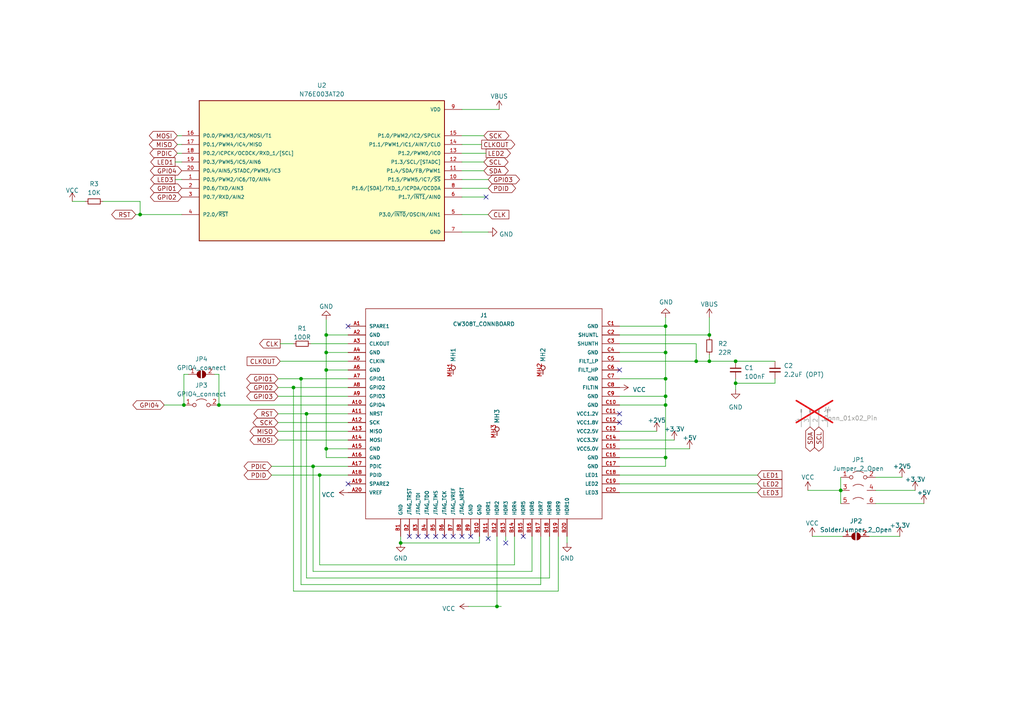
<source format=kicad_sch>
(kicad_sch (version 20230121) (generator eeschema)
  (paper "A4")
  (lib_symbols
    (symbol "Connector:Conn_01x04_Pin" (pin_names (offset 1.016) hide)
      (property "Reference" "J" (at 0 5.08 0))
      (property "Value" "Conn_01x04_Pin" (at 0 -7.62 0))
      (symbol "Conn_01x04_Pin_1_1"
        (polyline (pts (xy 1.27 -5.08) (xy 0.8636 -5.08)) (stroke (width 0.1524)))
        (polyline (pts (xy 1.27 -2.54) (xy 0.8636 -2.54)) (stroke (width 0.1524)))
        (polyline (pts (xy 1.27 0) (xy 0.8636 0)) (stroke (width 0.1524)))
        (polyline (pts (xy 1.27 2.54) (xy 0.8636 2.54)) (stroke (width 0.1524)))
        (rectangle (start 0.8636 -4.953) (end 0 -5.207) (stroke (width 0.1524)) (fill (type outline)))
        (rectangle (start 0.8636 -2.413) (end 0 -2.667) (stroke (width 0.1524)) (fill (type outline)))
        (rectangle (start 0.8636 0.127) (end 0 -0.127) (stroke (width 0.1524)) (fill (type outline)))
        (rectangle (start 0.8636 2.667) (end 0 2.413) (stroke (width 0.1524)) (fill (type outline)))
        (pin passive line (at 5.08 2.54 180) (length 3.81) (name "Pin_1") (number "1"))
        (pin passive line (at 5.08 0 180) (length 3.81) (name "Pin_2") (number "2"))
        (pin passive line (at 5.08 -2.54 180) (length 3.81) (name "Pin_3") (number "3"))
        (pin passive line (at 5.08 -5.08 180) (length 3.81) (name "Pin_4") (number "4"))
      )
    )
    (symbol "Device:C_Small" (pin_numbers hide) (pin_names (offset 0.254) hide)
      (property "Reference" "C" (at 0.254 1.778 0))
      (property "Value" "C_Small" (at 0.254 -2.032 0))
      (symbol "C_Small_0_1"
        (polyline (pts (xy -1.524 -0.508) (xy 1.524 -0.508)) (stroke (width 0.3302)))
        (polyline (pts (xy -1.524 0.508) (xy 1.524 0.508)) (stroke (width 0.3048)))
      )
      (symbol "C_Small_1_1"
        (pin passive line (at 0 2.54 270) (length 2.032) (name "~") (number "1"))
        (pin passive line (at 0 -2.54 90) (length 2.032) (name "~") (number "2"))
      )
    )
    (symbol "Device:R_Small" (pin_numbers hide) (pin_names (offset 0.254) hide)
      (property "Reference" "R" (at 0.762 0.508 0))
      (property "Value" "R_Small" (at 0.762 -1.016 0))
      (symbol "R_Small_0_1"
        (rectangle (start -0.762 1.778) (end 0.762 -1.778) (stroke (width 0.2032)))
      )
      (symbol "R_Small_1_1"
        (pin passive line (at 0 2.54 270) (length 0.762) (name "~") (number "1"))
        (pin passive line (at 0 -2.54 90) (length 0.762) (name "~") (number "2"))
      )
    )
    (symbol "Jumper:Jumper_2_Open" (pin_names (offset 0) hide)
      (property "Reference" "JP1" (at 0 5.08 0))
      (property "Value" "Jumper_2_Open" (at 0 2.54 0))
      (symbol "Jumper_2_Open_0_0"
        (circle (center -2.032 0) (radius 0.508))
        (circle (center 2.032 0) (radius 0.508))
      )
      (symbol "Jumper_2_Open_0_1"
        (arc (start 1.524 -6.35) (mid 0 -5.842) (end -1.524 -6.35))
        (arc (start 1.524 -2.54) (mid 0 -2.032) (end -1.524 -2.54))
        (arc (start 1.524 1.27) (mid 0 1.778) (end -1.524 1.27))
      )
      (symbol "Jumper_2_Open_1_1"
        (pin passive line (at -5.08 0 0) (length 2.54) (name "A1") (number "1"))
        (pin passive line (at 5.08 0 180) (length 2.54) (name "B1") (number "2"))
        (pin passive line (at -5.08 -3.81 0) (length 2.54) (name "A2") (number "3"))
        (pin passive line (at 5.08 -3.81 180) (length 2.54) (name "B2") (number "4"))
        (pin passive line (at -5.08 -7.62 0) (length 2.54) (name "A3") (number "5"))
        (pin passive line (at 5.08 -7.62 180) (length 2.54) (name "B3") (number "6"))
      )
    )
    (symbol "Jumper:SolderJumper_2_Open" (pin_names (offset 0) hide)
      (property "Reference" "JP" (at 0 2.032 0))
      (property "Value" "SolderJumper_2_Open" (at 0 -2.54 0))
      (symbol "SolderJumper_2_Open_0_1"
        (arc (start -0.254 1.016) (mid -1.2656 0) (end -0.254 -1.016))
        (arc (start -0.254 1.016) (mid -1.2656 0) (end -0.254 -1.016) (fill (type outline)))
        (polyline (pts (xy -0.254 1.016) (xy -0.254 -1.016)))
        (polyline (pts (xy 0.254 1.016) (xy 0.254 -1.016)))
        (arc (start 0.254 -1.016) (mid 1.2656 0) (end 0.254 1.016))
        (arc (start 0.254 -1.016) (mid 1.2656 0) (end 0.254 1.016) (fill (type outline)))
      )
      (symbol "SolderJumper_2_Open_1_1"
        (pin passive line (at -3.81 0 0) (length 2.54) (name "A") (number "1"))
        (pin passive line (at 3.81 0 180) (length 2.54) (name "B") (number "2"))
      )
    )
    (symbol "Jumper_2_Open_1" (pin_names (offset 0) hide)
      (property "Reference" "JP" (at 0 2.794 0))
      (property "Value" "Jumper_2_Open" (at 0 -2.286 0))
      (symbol "Jumper_2_Open_1_0_0"
        (circle (center -2.032 0) (radius 0.508))
        (circle (center 2.032 0) (radius 0.508))
      )
      (symbol "Jumper_2_Open_1_0_1"
        (arc (start 1.524 1.27) (mid 0 1.778) (end -1.524 1.27))
      )
      (symbol "Jumper_2_Open_1_1_1"
        (pin passive line (at -5.08 0 0) (length 2.54) (name "A") (number "1"))
        (pin passive line (at 5.08 0 180) (length 2.54) (name "B") (number "2"))
      )
    )
    (symbol "N76E003AT20:N76E003AT20" (pin_names (offset 1.016))
      (property "Reference" "U" (at -35.8394 21.1074 0))
      (property "Value" "N76E003AT20" (at -35.5854 -22.8854 0))
      (symbol "N76E003AT20_0_0"
        (rectangle (start -35.56 -20.32) (end 35.56 20.32) (stroke (width 0.254)) (fill (type background)))
        (pin bidirectional line (at -40.64 -2.54 0) (length 5.08) (name "P0.5/PWM2/IC6/T0/AIN4") (number "1"))
        (pin bidirectional line (at 40.64 -2.54 180) (length 5.08) (name "P1.5/PWM5/IC7/~{SS}") (number "10"))
        (pin bidirectional line (at 40.64 0 180) (length 5.08) (name "P1.4/SDA/FB/PWM1") (number "11"))
        (pin bidirectional line (at 40.64 2.54 180) (length 5.08) (name "P1.3/SCL/[STADC]") (number "12"))
        (pin bidirectional line (at 40.64 5.08 180) (length 5.08) (name "P1.2/PWM0/IC0") (number "13"))
        (pin bidirectional line (at 40.64 7.62 180) (length 5.08) (name "P1.1/PWM1/IC1/AIN7/CLO") (number "14"))
        (pin bidirectional line (at 40.64 10.16 180) (length 5.08) (name "P1.0/PWM2/IC2/SPCLK") (number "15"))
        (pin bidirectional line (at -40.64 10.16 0) (length 5.08) (name "P0.0/PWM3/IC3/MOSI/T1") (number "16"))
        (pin bidirectional line (at -40.64 7.62 0) (length 5.08) (name "P0.1/PWM4/IC4/MISO") (number "17"))
        (pin bidirectional line (at -40.64 5.08 0) (length 5.08) (name "P0.2/ICPCK/OCDCK/RXD_1/[SCL]") (number "18"))
        (pin bidirectional line (at -40.64 2.54 0) (length 5.08) (name "P0.3/PWM5/IC5/AIN6") (number "19"))
        (pin bidirectional line (at -40.64 -5.08 0) (length 5.08) (name "P0.6/TXD/AIN3") (number "2"))
        (pin bidirectional line (at -40.64 0 0) (length 5.08) (name "P0.4/AIN5/STADC/PWM3/IC3") (number "20"))
        (pin bidirectional line (at -40.64 -7.62 0) (length 5.08) (name "P0.7/RXD/AIN2") (number "3"))
        (pin bidirectional line (at -40.64 -12.7 0) (length 5.08) (name "P2.0/~{RST}") (number "4"))
        (pin bidirectional line (at 40.64 -12.7 180) (length 5.08) (name "P3.0/~{INT0}/OSCIN/AIN1") (number "5"))
        (pin bidirectional line (at 40.64 -7.62 180) (length 5.08) (name "P1.7/~{INT1}/AIN0") (number "6"))
        (pin power_in line (at 40.64 -17.78 180) (length 5.08) (name "GND") (number "7"))
        (pin bidirectional line (at 40.64 -5.08 180) (length 5.08) (name "P1.6/[SDA]/TXD_1/ICPDA/OCDDA") (number "8"))
        (pin power_in line (at 40.64 17.78 180) (length 5.08) (name "VDD") (number "9"))
      )
    )
    (symbol "chipwhisperer:CW308T_CONNBOARD" (pin_names (offset 1.016))
      (property "Reference" "J1" (at 19.05 23.495 0))
      (property "Value" "CW308T_CONNBOARD" (at 19.05 20.955 0))
      (symbol "CW308T_CONNBOARD_1_0"
        (polyline (pts (xy -15.24 -35.56) (xy -15.24 25.4)))
        (polyline (pts (xy -15.24 25.4) (xy 53.34 25.4)))
        (polyline (pts (xy 53.34 -35.56) (xy -15.24 -35.56)))
        (polyline (pts (xy 53.34 25.4) (xy 53.34 -35.56)))
      )
      (symbol "CW308T_CONNBOARD_1_1"
        (pin bidirectional line (at -20.32 20.32 0) (length 5.08) (name "SPARE1") (number "A1"))
        (pin bidirectional line (at -20.32 -2.54 0) (length 5.08) (name "GPIO4") (number "A10"))
        (pin bidirectional line (at -20.32 -5.08 0) (length 5.08) (name "NRST") (number "A11"))
        (pin bidirectional line (at -20.32 -7.62 0) (length 5.08) (name "SCK") (number "A12"))
        (pin bidirectional line (at -20.32 -10.16 0) (length 5.08) (name "MISO") (number "A13"))
        (pin bidirectional line (at -20.32 -12.7 0) (length 5.08) (name "MOSI") (number "A14"))
        (pin bidirectional line (at -20.32 -15.24 0) (length 5.08) (name "GND") (number "A15"))
        (pin bidirectional line (at -20.32 -17.78 0) (length 5.08) (name "GND") (number "A16"))
        (pin bidirectional line (at -20.32 -20.32 0) (length 5.08) (name "PDIC") (number "A17"))
        (pin bidirectional line (at -20.32 -22.86 0) (length 5.08) (name "PDID") (number "A18"))
        (pin bidirectional line (at -20.32 -25.4 0) (length 5.08) (name "SPARE2") (number "A19"))
        (pin bidirectional line (at -20.32 17.78 0) (length 5.08) (name "GND") (number "A2"))
        (pin bidirectional line (at -20.32 -27.94 0) (length 5.08) (name "VREF") (number "A20"))
        (pin bidirectional line (at -20.32 15.24 0) (length 5.08) (name "CLKOUT") (number "A3"))
        (pin bidirectional line (at -20.32 12.7 0) (length 5.08) (name "GND") (number "A4"))
        (pin bidirectional line (at -20.32 10.16 0) (length 5.08) (name "CLKIN") (number "A5"))
        (pin bidirectional line (at -20.32 7.62 0) (length 5.08) (name "GND") (number "A6"))
        (pin bidirectional line (at -20.32 5.08 0) (length 5.08) (name "GPIO1") (number "A7"))
        (pin bidirectional line (at -20.32 2.54 0) (length 5.08) (name "GPIO2") (number "A8"))
        (pin bidirectional line (at -20.32 0 0) (length 5.08) (name "GPIO3") (number "A9"))
        (pin bidirectional line (at -5.08 -40.64 90) (length 5.08) (name "GND") (number "B1"))
        (pin bidirectional line (at 17.78 -40.64 90) (length 5.08) (name "GND") (number "B10"))
        (pin bidirectional line (at 20.32 -40.64 90) (length 5.08) (name "HDR1") (number "B11"))
        (pin bidirectional line (at 22.86 -40.64 90) (length 5.08) (name "HDR2") (number "B12"))
        (pin bidirectional line (at 25.4 -40.64 90) (length 5.08) (name "HDR3") (number "B13"))
        (pin bidirectional line (at 27.94 -40.64 90) (length 5.08) (name "HDR4") (number "B14"))
        (pin bidirectional line (at 30.48 -40.64 90) (length 5.08) (name "HDR5") (number "B15"))
        (pin bidirectional line (at 33.02 -40.64 90) (length 5.08) (name "HDR6") (number "B16"))
        (pin bidirectional line (at 35.56 -40.64 90) (length 5.08) (name "HDR7") (number "B17"))
        (pin bidirectional line (at 38.1 -40.64 90) (length 5.08) (name "HDR8") (number "B18"))
        (pin bidirectional line (at 40.64 -40.64 90) (length 5.08) (name "HDR9") (number "B19"))
        (pin bidirectional line (at -2.54 -40.64 90) (length 5.08) (name "JTAG_TRST") (number "B2"))
        (pin bidirectional line (at 43.18 -40.64 90) (length 5.08) (name "HDR10") (number "B20"))
        (pin bidirectional line (at 0 -40.64 90) (length 5.08) (name "JTAG_TDI") (number "B3"))
        (pin bidirectional line (at 2.54 -40.64 90) (length 5.08) (name "JTAG_TDO") (number "B4"))
        (pin bidirectional line (at 5.08 -40.64 90) (length 5.08) (name "JTAG_TMS") (number "B5"))
        (pin bidirectional line (at 7.62 -40.64 90) (length 5.08) (name "JTAG_TCK") (number "B6"))
        (pin bidirectional line (at 10.16 -40.64 90) (length 5.08) (name "JTAG_VREF") (number "B7"))
        (pin bidirectional line (at 12.7 -40.64 90) (length 5.08) (name "JTAG_NRST") (number "B8"))
        (pin bidirectional line (at 15.24 -40.64 90) (length 5.08) (name "GND") (number "B9"))
        (pin bidirectional line (at 58.42 20.32 180) (length 5.08) (name "GND") (number "C1"))
        (pin bidirectional line (at 58.42 -2.54 180) (length 5.08) (name "GND") (number "C10"))
        (pin bidirectional line (at 58.42 -5.08 180) (length 5.08) (name "VCC1.2V") (number "C11"))
        (pin bidirectional line (at 58.42 -7.62 180) (length 5.08) (name "VCC1.8V") (number "C12"))
        (pin bidirectional line (at 58.42 -10.16 180) (length 5.08) (name "VCC2.5V") (number "C13"))
        (pin bidirectional line (at 58.42 -12.7 180) (length 5.08) (name "VCC3.3V") (number "C14"))
        (pin bidirectional line (at 58.42 -15.24 180) (length 5.08) (name "VCC5.0V") (number "C15"))
        (pin bidirectional line (at 58.42 -17.78 180) (length 5.08) (name "GND") (number "C16"))
        (pin bidirectional line (at 58.42 -20.32 180) (length 5.08) (name "GND") (number "C17"))
        (pin bidirectional line (at 58.42 -22.86 180) (length 5.08) (name "LED1") (number "C18"))
        (pin bidirectional line (at 58.42 -25.4 180) (length 5.08) (name "LED2") (number "C19"))
        (pin bidirectional line (at 58.42 17.78 180) (length 5.08) (name "SHUNTL") (number "C2"))
        (pin bidirectional line (at 58.42 -27.94 180) (length 5.08) (name "LED3") (number "C20"))
        (pin bidirectional line (at 58.42 15.24 180) (length 5.08) (name "SHUNTH") (number "C3"))
        (pin bidirectional line (at 58.42 12.7 180) (length 5.08) (name "GND") (number "C4"))
        (pin bidirectional line (at 58.42 10.16 180) (length 5.08) (name "FILT_LP") (number "C5"))
        (pin bidirectional line (at 58.42 7.62 180) (length 5.08) (name "FILT_HP") (number "C6"))
        (pin bidirectional line (at 58.42 5.08 180) (length 5.08) (name "GND") (number "C7"))
        (pin bidirectional line (at 58.42 2.54 180) (length 5.08) (name "FILTIN") (number "C8"))
        (pin bidirectional line (at 58.42 0 180) (length 5.08) (name "GND") (number "C9"))
        (pin passive inverted (at 10.16 6.35 90) (length 2.54) (name "MH1") (number "MH1"))
        (pin passive inverted (at 36.195 6.35 90) (length 2.54) (name "MH2") (number "MH2"))
        (pin passive inverted (at 22.86 -11.43 90) (length 2.54) (name "MH3") (number "MH3"))
      )
    )
    (symbol "power:+2V5" (power) (pin_names (offset 0))
      (property "Value" "+2V5" (at 0 3.556 0))
      (symbol "+2V5_0_1"
        (polyline (pts (xy -0.762 1.27) (xy 0 2.54)))
        (polyline (pts (xy 0 0) (xy 0 2.54)))
        (polyline (pts (xy 0 2.54) (xy 0.762 1.27)))
      )
      (symbol "+2V5_1_1"
        (pin power_in line (at 0 0 90) (length 0) hide (name "+2V5") (number "1"))
      )
    )
    (symbol "power:+3.3V" (power) (pin_names (offset 0))
      (property "Value" "+3.3V" (at 0 3.556 0))
      (symbol "+3.3V_0_1"
        (polyline (pts (xy -0.762 1.27) (xy 0 2.54)))
        (polyline (pts (xy 0 0) (xy 0 2.54)))
        (polyline (pts (xy 0 2.54) (xy 0.762 1.27)))
      )
      (symbol "+3.3V_1_1"
        (pin power_in line (at 0 0 90) (length 0) hide (name "+3.3V") (number "1"))
      )
    )
    (symbol "power:+5V" (power) (pin_names (offset 0))
      (property "Value" "+5V" (at 0 3.556 0))
      (symbol "+5V_0_1"
        (polyline (pts (xy -0.762 1.27) (xy 0 2.54)))
        (polyline (pts (xy 0 0) (xy 0 2.54)))
        (polyline (pts (xy 0 2.54) (xy 0.762 1.27)))
      )
      (symbol "+5V_1_1"
        (pin power_in line (at 0 0 90) (length 0) hide (name "+5V") (number "1"))
      )
    )
    (symbol "power:GND" (power) (pin_names (offset 0))
      (property "Value" "GND" (at 0 -3.81 0))
      (symbol "GND_0_1"
        (polyline (pts (xy 0 0) (xy 0 -1.27) (xy 1.27 -1.27) (xy 0 -2.54) (xy -1.27 -1.27) (xy 0 -1.27)))
      )
      (symbol "GND_1_1"
        (pin power_in line (at 0 0 270) (length 0) hide (name "GND") (number "1"))
      )
    )
    (symbol "power:VBUS" (power) (pin_names (offset 0))
      (property "Value" "VCC_CLEAN" (at 0 3.175 0))
      (symbol "VBUS_0_1"
        (polyline (pts (xy -0.762 1.27) (xy 0 2.54)))
        (polyline (pts (xy 0 0) (xy 0 2.54)))
        (polyline (pts (xy 0 2.54) (xy 0.762 1.27)))
      )
      (symbol "VBUS_1_1"
        (pin power_in line (at 0 0 90) (length 0) hide (name "VBUS") (number "1"))
      )
    )
    (symbol "power:VCC" (power) (pin_names (offset 0))
      (property "Value" "VCC" (at 0 3.81 0))
      (symbol "VCC_0_1"
        (polyline (pts (xy -0.762 1.27) (xy 0 2.54)))
        (polyline (pts (xy 0 0) (xy 0 2.54)))
        (polyline (pts (xy 0 2.54) (xy 0.762 1.27)))
      )
      (symbol "VCC_1_1"
        (pin power_in line (at 0 0 90) (length 0) hide (name "VCC") (number "1"))
      )
    )
  )
  (junction (at 213.36 104.775))
  (junction (at 63.5 117.475))
  (junction (at 205.74 97.155))
  (junction (at 243.84 142.24))
  (junction (at 205.74 104.775))
  (junction (at 94.615 102.235))
  (junction (at 90.805 135.255))
  (junction (at 92.71 137.795))
  (junction (at 94.615 130.175))
  (junction (at 193.04 114.935))
  (junction (at 40.64 62.23))
  (junction (at 193.04 132.715))
  (junction (at 193.04 94.615))
  (junction (at 213.36 111.1524))
  (junction (at 116.205 157.48))
  (junction (at 88.9 120.015))
  (junction (at 144.145 175.895))
  (junction (at 193.04 109.855))
  (junction (at 201.93 104.775))
  (junction (at 85.1215 112.395))
  (junction (at 94.615 107.315))
  (junction (at 87.3052 109.855))
  (junction (at 53.34 117.475))
  (junction (at 193.04 102.235))
  (junction (at 94.615 97.155))
  (junction (at 193.04 117.475))
  (no_connect (at 121.285 155.575))
  (no_connect (at 123.825 155.575))
  (no_connect (at 131.445 155.575))
  (no_connect (at 128.905 155.575))
  (no_connect (at 140.97 57.15))
  (no_connect (at 136.525 155.575))
  (no_connect (at 151.765 155.575))
  (no_connect (at 179.705 120.015))
  (no_connect (at 100.965 94.615))
  (no_connect (at 100.965 140.335))
  (no_connect (at 179.705 122.555))
  (no_connect (at 133.985 155.575))
  (no_connect (at 141.605 156.21))
  (no_connect (at 146.685 157.48))
  (no_connect (at 118.745 155.575))
  (no_connect (at 179.705 107.315))
  (no_connect (at 126.365 155.575))
  (bus_entry (at -22.86 66.04) (size 2.54 2.54))
  (wire (pts (xy 53.34 108.585) (xy 53.34 117.475)))
  (wire (pts (xy 90.805 165.735) (xy 90.805 135.255)))
  (wire (pts (xy 141.605 67.31) (xy 133.985 67.31)))
  (wire (pts (xy 51.435 41.91) (xy 52.705 41.91)))
  (wire (pts (xy 94.615 132.715) (xy 94.615 130.175)))
  (wire (pts (xy 193.04 109.855) (xy 193.04 114.935)))
  (wire (pts (xy 63.5 117.475) (xy 100.965 117.475)))
  (wire (pts (xy 140.335 46.99) (xy 133.985 46.99)))
  (wire (pts (xy 154.305 165.735) (xy 90.805 165.735)))
  (wire (pts (xy 87.3052 169.5503) (xy 87.3052 109.855)))
  (wire (pts (xy 179.705 97.155) (xy 205.74 97.155)))
  (wire (pts (xy 51.435 39.37) (xy 52.705 39.37)))
  (wire (pts (xy 213.36 104.775) (xy 224.7865 104.775)))
  (wire (pts (xy 135.89 175.895) (xy 144.145 175.895)))
  (wire (pts (xy 40.64 62.23) (xy 39.37 62.23)))
  (wire (pts (xy 140.335 49.53) (xy 133.985 49.53)))
  (wire (pts (xy 201.93 104.775) (xy 205.74 104.775)))
  (wire (pts (xy 80.645 125.095) (xy 100.965 125.095)))
  (wire (pts (xy 179.705 102.235) (xy 193.04 102.235)))
  (wire (pts (xy 80.645 127.635) (xy 100.965 127.635)))
  (wire (pts (xy 141.605 54.61) (xy 133.985 54.61)))
  (wire (pts (xy 80.645 109.855) (xy 87.3052 109.855)))
  (wire (pts (xy 94.615 102.235) (xy 94.615 97.155)))
  (wire (pts (xy 50.8 46.99) (xy 52.705 46.99)))
  (wire (pts (xy 100.965 97.155) (xy 94.615 97.155)))
  (wire (pts (xy 81.28 99.695) (xy 85.09 99.695)))
  (wire (pts (xy 47.625 117.475) (xy 53.34 117.475)))
  (wire (pts (xy 205.74 102.87) (xy 205.74 104.775)))
  (wire (pts (xy 159.385 167.64) (xy 88.9 167.64)))
  (wire (pts (xy 235.585 155.575) (xy 244.475 155.575)))
  (wire (pts (xy 179.705 114.935) (xy 193.04 114.935)))
  (wire (pts (xy 100.965 130.175) (xy 94.615 130.175)))
  (wire (pts (xy 20.955 58.42) (xy 24.765 58.42)))
  (wire (pts (xy 243.84 138.43) (xy 243.84 142.24)))
  (wire (pts (xy 193.04 132.715) (xy 193.04 135.255)))
  (wire (pts (xy 219.71 140.335) (xy 179.705 140.335)))
  (wire (pts (xy 193.04 114.935) (xy 193.04 117.475)))
  (wire (pts (xy 261.62 138.43) (xy 254 138.43)))
  (wire (pts (xy 213.36 111.1524) (xy 224.7865 111.1524)))
  (wire (pts (xy 146.685 156.845) (xy 146.685 155.575)))
  (wire (pts (xy 85.1215 171.45) (xy 85.1215 112.395)))
  (wire (pts (xy 80.645 120.015) (xy 88.9 120.015)))
  (wire (pts (xy 139.065 157.48) (xy 116.205 157.48)))
  (wire (pts (xy 265.43 142.24) (xy 254 142.24)))
  (wire (pts (xy 159.385 155.575) (xy 159.385 167.64)))
  (wire (pts (xy 92.71 163.83) (xy 92.71 137.795)))
  (wire (pts (xy 81.28 104.775) (xy 100.965 104.775)))
  (wire (pts (xy 100.965 132.715) (xy 94.615 132.715)))
  (wire (pts (xy 224.7865 104.775) (xy 224.7865 104.8024)))
  (wire (pts (xy 213.36 109.855) (xy 213.36 111.1524)))
  (wire (pts (xy 78.74 137.795) (xy 92.71 137.795)))
  (wire (pts (xy 149.225 155.575) (xy 149.225 163.83)))
  (wire (pts (xy 193.04 117.475) (xy 193.04 132.715)))
  (wire (pts (xy 85.1215 112.395) (xy 100.965 112.395)))
  (wire (pts (xy 80.645 114.935) (xy 100.965 114.935)))
  (wire (pts (xy 80.645 122.555) (xy 100.965 122.555)))
  (wire (pts (xy 29.845 58.42) (xy 40.64 58.42)))
  (wire (pts (xy 243.84 142.24) (xy 243.84 146.05)))
  (wire (pts (xy 219.71 142.875) (xy 179.705 142.875)))
  (wire (pts (xy 164.465 155.575) (xy 164.465 157.48)))
  (wire (pts (xy 140.335 39.37) (xy 133.985 39.37)))
  (wire (pts (xy 94.615 130.175) (xy 94.615 107.315)))
  (wire (pts (xy 213.3565 111.1524) (xy 213.36 111.1524)))
  (wire (pts (xy 140.97 44.45) (xy 133.985 44.45)))
  (wire (pts (xy 100.965 102.235) (xy 94.615 102.235)))
  (wire (pts (xy 116.205 157.48) (xy 116.205 155.575)))
  (wire (pts (xy 40.64 62.23) (xy 52.705 62.23)))
  (wire (pts (xy 94.615 92.71) (xy 94.615 97.155)))
  (wire (pts (xy 51.435 44.45) (xy 52.705 44.45)))
  (wire (pts (xy 195.58 127.635) (xy 179.705 127.635)))
  (wire (pts (xy 193.04 94.615) (xy 193.04 92.075)))
  (wire (pts (xy 141.605 156.21) (xy 141.605 155.575)))
  (wire (pts (xy 149.225 163.83) (xy 92.71 163.83)))
  (wire (pts (xy 154.305 155.575) (xy 154.305 165.735)))
  (wire (pts (xy 213.36 111.1524) (xy 213.36 113.03)))
  (wire (pts (xy 193.04 94.615) (xy 193.04 102.235)))
  (wire (pts (xy 87.3052 109.855) (xy 100.965 109.855)))
  (wire (pts (xy 156.845 155.575) (xy 156.845 169.5503)))
  (wire (pts (xy 179.705 132.715) (xy 193.04 132.715)))
  (wire (pts (xy 201.93 99.695) (xy 201.93 104.775)))
  (wire (pts (xy 53.34 108.585) (xy 54.61 108.585)))
  (wire (pts (xy 80.645 112.395) (xy 85.1215 112.395)))
  (wire (pts (xy 201.93 104.775) (xy 179.705 104.775)))
  (wire (pts (xy 90.17 99.695) (xy 100.965 99.695)))
  (wire (pts (xy 224.7865 111.1524) (xy 224.7865 109.8824)))
  (wire (pts (xy 156.845 169.5503) (xy 87.3052 169.5503)))
  (wire (pts (xy 193.04 102.235) (xy 193.04 109.855)))
  (wire (pts (xy 40.64 58.42) (xy 40.64 62.23)))
  (wire (pts (xy 139.065 157.48) (xy 139.065 155.575)))
  (wire (pts (xy 260.985 155.575) (xy 252.095 155.575)))
  (wire (pts (xy 140.97 57.15) (xy 133.985 57.15)))
  (wire (pts (xy 179.705 135.255) (xy 193.04 135.255)))
  (wire (pts (xy 94.615 107.315) (xy 94.615 102.235)))
  (wire (pts (xy 141.605 62.23) (xy 133.985 62.23)))
  (wire (pts (xy 88.9 120.015) (xy 100.965 120.015)))
  (wire (pts (xy 141.605 52.07) (xy 133.985 52.07)))
  (wire (pts (xy 179.705 99.695) (xy 201.93 99.695)))
  (wire (pts (xy 179.705 94.615) (xy 193.04 94.615)))
  (wire (pts (xy 234.315 142.24) (xy 243.84 142.24)))
  (wire (pts (xy 139.7 41.91) (xy 133.985 41.91)))
  (wire (pts (xy 267.97 146.05) (xy 254 146.05)))
  (wire (pts (xy 205.74 92.075) (xy 205.74 97.155)))
  (wire (pts (xy 205.74 97.79) (xy 205.74 97.155)))
  (wire (pts (xy 63.5 108.585) (xy 63.5 117.475)))
  (wire (pts (xy 161.925 155.575) (xy 161.925 171.45)))
  (wire (pts (xy 179.705 117.475) (xy 193.04 117.475)))
  (wire (pts (xy 63.5 108.585) (xy 62.23 108.585)))
  (wire (pts (xy 161.925 171.45) (xy 85.1215 171.45)))
  (wire (pts (xy 205.74 104.775) (xy 213.36 104.775)))
  (wire (pts (xy 219.71 137.795) (xy 179.705 137.795)))
  (wire (pts (xy 144.145 175.895) (xy 144.145 155.575)))
  (wire (pts (xy 50.8 52.07) (xy 52.705 52.07)))
  (wire (pts (xy 200.025 130.175) (xy 179.705 130.175)))
  (wire (pts (xy 78.74 135.255) (xy 90.805 135.255)))
  (wire (pts (xy 144.78 31.75) (xy 133.985 31.75)))
  (wire (pts (xy 190.5 125.095) (xy 179.705 125.095)))
  (wire (pts (xy 92.71 137.795) (xy 100.965 137.795)))
  (wire (pts (xy 88.9 167.64) (xy 88.9 120.015)))
  (wire (pts (xy 90.805 135.255) (xy 100.965 135.255)))
  (wire (pts (xy 100.965 107.315) (xy 94.615 107.315)))
  (wire (pts (xy 145.415 175.895) (xy 144.145 175.895)))
  (wire (pts (xy 179.705 109.855) (xy 193.04 109.855)))
  (global_label "SCL" (shape bidirectional) (at 140.335 46.99 0) (property "Intersheetrefs" "${INTERSHEET_REFS}" (effects hide)))
  (global_label "CLKOUT" (shape input) (at 81.28 104.775 180) (property "Intersheetrefs" "${INTERSHEET_REFS}" (effects hide)))
  (global_label "GPI02" (shape bidirectional) (at 80.645 112.395 180) (property "Intersheetrefs" "${INTERSHEET_REFS}" (effects hide)))
  (global_label "MOSI" (shape bidirectional) (at 51.435 39.37 180) (property "Intersheetrefs" "${INTERSHEET_REFS}" (effects hide)))
  (global_label "CLK" (shape output) (at 81.28 99.695 180) (property "Intersheetrefs" "${INTERSHEET_REFS}" (effects hide)))
  (global_label "GPI03" (shape bidirectional) (at 141.605 52.07 0) (property "Intersheetrefs" "${INTERSHEET_REFS}" (effects hide)))
  (global_label "GPI01" (shape bidirectional) (at 52.705 54.61 180) (property "Intersheetrefs" "${INTERSHEET_REFS}" (effects hide)))
  (global_label "CLKOUT" (shape output) (at 139.7 41.91 0) (property "Intersheetrefs" "${INTERSHEET_REFS}" (effects hide)))
  (global_label "PDID" (shape bidirectional) (at 78.74 137.795 180) (property "Intersheetrefs" "${INTERSHEET_REFS}" (effects hide)))
  (global_label "GPI04" (shape bidirectional) (at 52.705 49.53 180) (property "Intersheetrefs" "${INTERSHEET_REFS}" (effects hide)))
  (global_label "GPI03" (shape bidirectional) (at 80.645 114.935 180) (property "Intersheetrefs" "${INTERSHEET_REFS}" (effects hide)))
  (global_label "LED2" (shape output) (at 140.97 44.45 0) (property "Intersheetrefs" "${INTERSHEET_REFS}" (effects hide)))
  (global_label "RST" (shape bidirectional) (at 39.37 62.23 180) (property "Intersheetrefs" "${INTERSHEET_REFS}" (effects hide)))
  (global_label "SCK" (shape bidirectional) (at 140.335 39.37 0) (property "Intersheetrefs" "${INTERSHEET_REFS}" (effects hide)))
  (global_label "SDA" (shape bidirectional) (at 234.95 123.825 270) (property "Intersheetrefs" "${INTERSHEET_REFS}" (effects hide)))
  (global_label "MISO" (shape bidirectional) (at 51.435 41.91 180) (property "Intersheetrefs" "${INTERSHEET_REFS}" (effects hide)))
  (global_label "PDID" (shape bidirectional) (at 141.605 54.61 0) (property "Intersheetrefs" "${INTERSHEET_REFS}" (effects hide)))
  (global_label "LED1" (shape input) (at 219.71 137.795 0) (property "Intersheetrefs" "${INTERSHEET_REFS}" (effects hide)))
  (global_label "MISO" (shape bidirectional) (at 80.645 125.095 180) (property "Intersheetrefs" "${INTERSHEET_REFS}" (effects hide)))
  (global_label "LED1" (shape output) (at 50.8 46.99 180) (property "Intersheetrefs" "${INTERSHEET_REFS}" (effects hide)))
  (global_label "LED3" (shape input) (at 219.71 142.875 0) (property "Intersheetrefs" "${INTERSHEET_REFS}" (effects hide)))
  (global_label "PDIC" (shape bidirectional) (at 78.74 135.255 180) (property "Intersheetrefs" "${INTERSHEET_REFS}" (effects hide)))
  (global_label "SDA" (shape bidirectional) (at 140.335 49.53 0) (property "Intersheetrefs" "${INTERSHEET_REFS}" (effects hide)))
  (global_label "SCL" (shape bidirectional) (at 237.49 123.825 270) (property "Intersheetrefs" "${INTERSHEET_REFS}" (effects hide)))
  (global_label "PDIC" (shape bidirectional) (at 51.435 44.45 180) (property "Intersheetrefs" "${INTERSHEET_REFS}" (effects hide)))
  (global_label "GPI04" (shape bidirectional) (at 47.625 117.475 180) (property "Intersheetrefs" "${INTERSHEET_REFS}" (effects hide)))
  (global_label "LED3" (shape output) (at 50.8 52.07 180) (property "Intersheetrefs" "${INTERSHEET_REFS}" (effects hide)))
  (global_label "MOSI" (shape bidirectional) (at 80.645 127.635 180) (property "Intersheetrefs" "${INTERSHEET_REFS}" (effects hide)))
  (global_label "RST" (shape bidirectional) (at 80.645 120.015 180) (property "Intersheetrefs" "${INTERSHEET_REFS}" (effects hide)))
  (global_label "GPI02" (shape bidirectional) (at 52.705 57.15 180) (property "Intersheetrefs" "${INTERSHEET_REFS}" (effects hide)))
  (global_label "LED2" (shape input) (at 219.71 140.335 0) (property "Intersheetrefs" "${INTERSHEET_REFS}" (effects hide)))
  (global_label "CLK" (shape input) (at 141.605 62.23 0) (property "Intersheetrefs" "${INTERSHEET_REFS}" (effects hide)))
  (global_label "GPI01" (shape bidirectional) (at 80.645 109.855 180) (property "Intersheetrefs" "${INTERSHEET_REFS}" (effects hide)))
  (global_label "SCK" (shape bidirectional) (at 80.645 122.555 180) (property "Intersheetrefs" "${INTERSHEET_REFS}" (effects hide)))
  (symbol (lib_id "N76E003AT20:N76E003AT20") (at 93.345 49.53 0) (unit 1)
    (property "Reference" "U2" (at 93.345 24.765 0))
    (property "Value" "N76E003AT20" (at 93.345 27.305 0))
    (property "Footprint" "SOP65P640X120-20N" (effects hide))
    (property "MANUFACTURER" "NUVOTON" (effects hide))
    (property "PARTREV" "1.04" (effects hide))
    (property "STANDARD" "IPC 7351B" (effects hide))
  )
  (symbol (lib_id "power:+3.3V") (at 195.58 127.635 0) (unit 1)
    (property "Reference" "#PWR02" (effects hide))
    (property "Value" "+3.3V" (at 195.58 124.46 0))
  )
  (symbol (lib_id "power:GND") (at 116.205 157.48 0) (unit 1)
    (property "Reference" "#PWR018" (effects hide))
    (property "Value" "GND" (at 116.205 161.925 0))
  )
  (symbol (lib_id "power:+3.3V") (at 265.43 142.24 0) (mirror y) (unit 1)
    (property "Reference" "#PWR05" (effects hide))
    (property "Value" "+3.3V" (at 265.43 139.065 0))
  )
  (symbol (lib_id "Device:R_Small") (at 27.305 58.42 270) (unit 1)
    (property "Reference" "R3" (at 27.305 53.34 90))
    (property "Value" "10K" (at 27.305 55.88 90))
    (property "Footprint" "Resistor_SMD:R_0805_2012Metric_Pad1.20x1.40mm_HandSolder" (effects hide))
  )
  (symbol (lib_id "Device:R_Small") (at 205.74 100.33 0) (unit 1)
    (property "Reference" "R2" (at 208.28 99.695 0) (effects (justify left)))
    (property "Value" "22R" (at 208.28 102.235 0) (effects (justify left)))
    (property "Footprint" "Resistor_SMD:R_0805_2012Metric_Pad1.20x1.40mm_HandSolder" (effects hide))
  )
  (symbol (lib_id "power:GND") (at 193.04 92.075 180) (unit 1)
    (property "Reference" "#PWR010" (effects hide))
    (property "Value" "GND" (at 191.135 87.63 0) (effects (justify right)))
  )
  (symbol (lib_id "power:VCC") (at 20.955 58.42 0) (unit 1)
    (property "Reference" "#PWR019" (effects hide))
    (property "Value" "VCC" (at 20.955 55.245 0))
  )
  (symbol (lib_id "power:+5V") (at 267.97 146.05 0) (mirror y) (unit 1)
    (property "Reference" "#PWR04" (effects hide))
    (property "Value" "+5V" (at 267.97 142.875 0))
  )
  (symbol (lib_id "power:+3.3V") (at 260.985 155.575 0) (mirror y) (unit 1)
    (property "Reference" "#PWR017" (effects hide))
    (property "Value" "+3.3V" (at 260.985 152.4 0))
  )
  (symbol (lib_id "Jumper:SolderJumper_2_Open") (at 58.42 108.585 0) (unit 1)
    (property "Reference" "JP4" (at 58.42 104.14 0))
    (property "Value" "GPIO4_connect" (at 58.42 106.68 0))
    (property "Footprint" "Jumper:SolderJumper-2_P1.3mm_Open_RoundedPad1.0x1.5mm" (effects hide))
  )
  (symbol (lib_id "power:+2V5") (at 190.5 125.095 0) (unit 1)
    (property "Reference" "#PWR03" (effects hide))
    (property "Value" "+2V5" (at 190.5 121.92 0))
  )
  (symbol (lib_name "Jumper_2_Open_1") (lib_id "Jumper:Jumper_2_Open") (at 58.42 117.475 0) (unit 1)
    (property "Reference" "JP3" (at 58.42 111.76 0))
    (property "Value" "GPIO4_connect" (at 58.42 114.3 0))
    (property "Footprint" "Connector_PinHeader_2.54mm:PinHeader_1x02_P2.54mm_Vertical" (effects hide))
  )
  (symbol (lib_id "power:VCC") (at 234.315 142.24 0) (mirror y) (unit 1)
    (property "Reference" "#PWR011" (effects hide))
    (property "Value" "VCC" (at 234.315 138.43 0))
  )
  (symbol (lib_id "Device:C_Small") (at 213.36 107.315 0) (unit 1)
    (property "Reference" "C1" (at 215.9 106.6863 0) (effects (justify left)))
    (property "Value" "100nF" (at 215.9 109.2263 0) (effects (justify left)))
    (property "Footprint" "Capacitor_SMD:C_0805_2012Metric_Pad1.18x1.45mm_HandSolder" (effects hide))
  )
  (symbol (lib_id "power:VCC") (at 135.89 175.895 90) (unit 1)
    (property "Reference" "#PWR015" (effects hide))
    (property "Value" "VCC" (at 132.08 176.53 90) (effects (justify left)))
  )
  (symbol (lib_id "power:GND") (at 164.465 157.48 0) (unit 1)
    (property "Reference" "#PWR014" (effects hide))
    (property "Value" "GND" (at 164.465 161.925 0))
  )
  (symbol (lib_id "Device:C_Small") (at 224.7865 107.3424 0) (unit 1) (in_bom no)
    (property "Reference" "C2" (at 227.33 106.0787 0) (effects (justify left)))
    (property "Value" "2.2uF (OPT)" (at 227.33 108.6187 0) (effects (justify left)))
    (property "Footprint" "Capacitor_SMD:C_0805_2012Metric_Pad1.18x1.45mm_HandSolder" (effects hide))
  )
  (symbol (lib_id "power:+2V5") (at 261.62 138.43 0) (mirror y) (unit 1)
    (property "Reference" "#PWR06" (effects hide))
    (property "Value" "+2V5" (at 261.62 135.255 0))
  )
  (symbol (lib_id "Jumper:SolderJumper_2_Open") (at 248.285 155.575 0) (unit 1)
    (property "Reference" "JP2" (at 248.285 151.13 0))
    (property "Value" "SolderJumper_2_Open" (at 248.285 153.67 0))
    (property "Footprint" "Jumper:SolderJumper-2_P1.3mm_Open_RoundedPad1.0x1.5mm" (effects hide))
  )
  (symbol (lib_id "power:VBUS") (at 144.78 31.75 0) (unit 1)
    (property "Reference" "#PWR021" (effects hide))
    (property "Value" "VCC_CLEAN" (at 144.78 27.94 0))
  )
  (symbol (lib_id "power:GND") (at 213.36 113.03 0) (unit 1)
    (property "Reference" "#PWR013" (effects hide))
    (property "Value" "GND" (at 213.36 118.11 0))
  )
  (symbol (lib_id "Connector:Conn_01x04_Pin") (at 237.49 118.745 270) (unit 1) (on_board no) (dnp yes)
    (property "Reference" "J4" (at 238.76 118.745 90) (effects (justify left)))
    (property "Value" "Conn_01x02_Pin" (at 238.76 121.285 90) (effects (justify left)))
    (property "Footprint" "Connector_PinHeader_2.54mm:PinHeader_1x02_P2.54mm_Vertical" (effects hide))
  )
  (symbol (lib_id "Device:R_Small") (at 87.63 99.695 90) (unit 1)
    (property "Reference" "R1" (at 87.63 95.25 90))
    (property "Value" "100R" (at 87.63 97.79 90))
    (property "Footprint" "Resistor_SMD:R_0805_2012Metric_Pad1.20x1.40mm_HandSolder" (effects hide))
  )
  (symbol (lib_id "power:VCC") (at 179.705 112.395 270) (unit 1)
    (property "Reference" "#PWR012" (effects hide))
    (property "Value" "VCC" (at 183.515 113.03 90) (effects (justify left)))
  )
  (symbol (lib_id "power:GND") (at 94.615 92.71 180) (unit 1)
    (property "Reference" "#PWR07" (effects hide))
    (property "Value" "GND" (at 94.615 88.9 0))
  )
  (symbol (lib_id "chipwhisperer:CW308T_CONNBOARD") (at 121.285 114.935 0) (unit 1)
    (property "Reference" "J1" (at 140.335 91.44 0) (effects (font (size 1.143 1.143))))
    (property "Value" "CW308T_CONNBOARD" (at 140.335 93.98 0) (effects (font (size 1.143 1.143))))
    (property "Footprint" "chipwhisperer:CW308T_CONNBOARD" (effects hide))
  )
  (symbol (lib_id "Jumper:Jumper_2_Open") (at 248.92 138.43 0) (unit 1)
    (property "Reference" "JP1" (at 248.92 133.35 0))
    (property "Value" "Jumper_2_Open" (at 248.92 135.89 0))
    (property "Footprint" "Connector_PinHeader_2.54mm:PinHeader_2x03_P2.54mm_Vertical" (effects hide))
  )
  (symbol (lib_id "power:VCC") (at 100.965 142.875 90) (unit 1)
    (property "Reference" "#PWR08" (effects hide))
    (property "Value" "VCC" (at 97.155 143.51 90) (effects (justify left)))
  )
  (symbol (lib_id "power:+5V") (at 200.025 130.175 0) (unit 1)
    (property "Reference" "#PWR01" (effects hide))
    (property "Value" "+5V" (at 200.025 127 0))
  )
  (symbol (lib_id "power:VCC") (at 235.585 155.575 0) (mirror y) (unit 1)
    (property "Reference" "#PWR016" (effects hide))
    (property "Value" "VCC" (at 235.585 151.765 0))
  )
  (symbol (lib_id "power:VBUS") (at 205.74 92.075 0) (unit 1)
    (property "Reference" "#PWR09" (effects hide))
    (property "Value" "VCC_CLEAN" (at 205.74 88.265 0))
  )
  (symbol (lib_id "power:GND") (at 141.605 67.31 90) (unit 1)
    (property "Reference" "#PWR020" (effects hide))
    (property "Value" "GND" (at 144.78 67.945 90) (effects (justify right)))
  )
)
</source>
